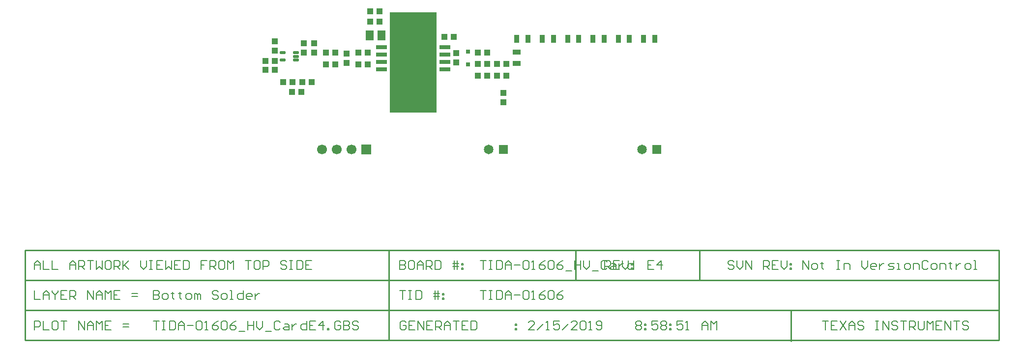
<source format=gbs>
G04*
G04 #@! TF.GenerationSoftware,Altium Limited,Altium Designer,18.1.9 (240)*
G04*
G04 Layer_Color=16711935*
%FSAX25Y25*%
%MOIN*%
G70*
G01*
G75*
%ADD10C,0.00800*%
%ADD21C,0.01000*%
%ADD38R,0.04331X0.04134*%
%ADD39R,0.04134X0.04331*%
%ADD50O,0.04100X0.51600*%
%ADD51C,0.06693*%
%ADD52R,0.06693X0.06693*%
%ADD53R,0.06496X0.06496*%
%ADD54C,0.06496*%
G04:AMPARAMS|DCode=71|XSize=35.43mil|YSize=55.12mil|CornerRadius=3.86mil|HoleSize=0mil|Usage=FLASHONLY|Rotation=90.000|XOffset=0mil|YOffset=0mil|HoleType=Round|Shape=RoundedRectangle|*
%AMROUNDEDRECTD71*
21,1,0.03543,0.04740,0,0,90.0*
21,1,0.02772,0.05512,0,0,90.0*
1,1,0.00772,0.02370,0.01386*
1,1,0.00772,0.02370,-0.01386*
1,1,0.00772,-0.02370,-0.01386*
1,1,0.00772,-0.02370,0.01386*
%
%ADD71ROUNDEDRECTD71*%
G04:AMPARAMS|DCode=72|XSize=35.43mil|YSize=55.12mil|CornerRadius=3.86mil|HoleSize=0mil|Usage=FLASHONLY|Rotation=0.000|XOffset=0mil|YOffset=0mil|HoleType=Round|Shape=RoundedRectangle|*
%AMROUNDEDRECTD72*
21,1,0.03543,0.04740,0,0,0.0*
21,1,0.02772,0.05512,0,0,0.0*
1,1,0.00772,0.01386,-0.02370*
1,1,0.00772,-0.01386,-0.02370*
1,1,0.00772,-0.01386,0.02370*
1,1,0.00772,0.01386,0.02370*
%
%ADD72ROUNDEDRECTD72*%
%ADD73R,0.02756X0.02756*%
G04:AMPARAMS|DCode=74|XSize=27.56mil|YSize=74.8mil|CornerRadius=3.98mil|HoleSize=0mil|Usage=FLASHONLY|Rotation=90.000|XOffset=0mil|YOffset=0mil|HoleType=Round|Shape=RoundedRectangle|*
%AMROUNDEDRECTD74*
21,1,0.02756,0.06685,0,0,90.0*
21,1,0.01961,0.07480,0,0,90.0*
1,1,0.00795,0.03343,0.00980*
1,1,0.00795,0.03343,-0.00980*
1,1,0.00795,-0.03343,-0.00980*
1,1,0.00795,-0.03343,0.00980*
%
%ADD74ROUNDEDRECTD74*%
%ADD75R,0.05394X0.06694*%
G04:AMPARAMS|DCode=76|XSize=19.68mil|YSize=37.4mil|CornerRadius=3.94mil|HoleSize=0mil|Usage=FLASHONLY|Rotation=90.000|XOffset=0mil|YOffset=0mil|HoleType=Round|Shape=RoundedRectangle|*
%AMROUNDEDRECTD76*
21,1,0.01968,0.02953,0,0,90.0*
21,1,0.01181,0.03740,0,0,90.0*
1,1,0.00787,0.01476,0.00591*
1,1,0.00787,0.01476,-0.00591*
1,1,0.00787,-0.01476,-0.00591*
1,1,0.00787,-0.01476,0.00591*
%
%ADD76ROUNDEDRECTD76*%
G36*
X0318948Y0194137D02*
X0287452D01*
X0287452Y0262137D01*
X0318948D01*
X0318948Y0194137D01*
D02*
G37*
G54D10*
X0126900Y0073549D02*
Y0067551D01*
X0129899D01*
X0130899Y0068550D01*
Y0069550D01*
X0129899Y0070550D01*
X0126900D01*
X0129899D01*
X0130899Y0071549D01*
Y0072549D01*
X0129899Y0073549D01*
X0126900D01*
X0133898Y0067551D02*
X0135897D01*
X0136897Y0068550D01*
Y0070550D01*
X0135897Y0071549D01*
X0133898D01*
X0132898Y0070550D01*
Y0068550D01*
X0133898Y0067551D01*
X0139896Y0072549D02*
Y0071549D01*
X0138896D01*
X0140895D01*
X0139896D01*
Y0068550D01*
X0140895Y0067551D01*
X0144894Y0072549D02*
Y0071549D01*
X0143895D01*
X0145894D01*
X0144894D01*
Y0068550D01*
X0145894Y0067551D01*
X0149893D02*
X0151892D01*
X0152892Y0068550D01*
Y0070550D01*
X0151892Y0071549D01*
X0149893D01*
X0148893Y0070550D01*
Y0068550D01*
X0149893Y0067551D01*
X0154891D02*
Y0071549D01*
X0155891D01*
X0156890Y0070550D01*
Y0067551D01*
Y0070550D01*
X0157890Y0071549D01*
X0158890Y0070550D01*
Y0067551D01*
X0170886Y0072549D02*
X0169886Y0073549D01*
X0167887D01*
X0166887Y0072549D01*
Y0071549D01*
X0167887Y0070550D01*
X0169886D01*
X0170886Y0069550D01*
Y0068550D01*
X0169886Y0067551D01*
X0167887D01*
X0166887Y0068550D01*
X0173885Y0067551D02*
X0175884D01*
X0176884Y0068550D01*
Y0070550D01*
X0175884Y0071549D01*
X0173885D01*
X0172885Y0070550D01*
Y0068550D01*
X0173885Y0067551D01*
X0178883D02*
X0180883D01*
X0179883D01*
Y0073549D01*
X0178883D01*
X0187880D02*
Y0067551D01*
X0184881D01*
X0183882Y0068550D01*
Y0070550D01*
X0184881Y0071549D01*
X0187880D01*
X0192879Y0067551D02*
X0190879D01*
X0189880Y0068550D01*
Y0070550D01*
X0190879Y0071549D01*
X0192879D01*
X0193878Y0070550D01*
Y0069550D01*
X0189880D01*
X0195878Y0071549D02*
Y0067551D01*
Y0069550D01*
X0196877Y0070550D01*
X0197877Y0071549D01*
X0198877D01*
X0348550Y0073498D02*
X0352549D01*
X0350549D01*
Y0067500D01*
X0354548Y0073498D02*
X0356547D01*
X0355548D01*
Y0067500D01*
X0354548D01*
X0356547D01*
X0359546Y0073498D02*
Y0067500D01*
X0362545D01*
X0363545Y0068500D01*
Y0072498D01*
X0362545Y0073498D01*
X0359546D01*
X0365545Y0067500D02*
Y0071499D01*
X0367544Y0073498D01*
X0369543Y0071499D01*
Y0067500D01*
Y0070499D01*
X0365545D01*
X0371543D02*
X0375541D01*
X0377541Y0072498D02*
X0378540Y0073498D01*
X0380540D01*
X0381539Y0072498D01*
Y0068500D01*
X0380540Y0067500D01*
X0378540D01*
X0377541Y0068500D01*
Y0072498D01*
X0383539Y0067500D02*
X0385538D01*
X0384538D01*
Y0073498D01*
X0383539Y0072498D01*
X0392536Y0073498D02*
X0390536Y0072498D01*
X0388537Y0070499D01*
Y0068500D01*
X0389537Y0067500D01*
X0391536D01*
X0392536Y0068500D01*
Y0069499D01*
X0391536Y0070499D01*
X0388537D01*
X0394535Y0072498D02*
X0395535Y0073498D01*
X0397534D01*
X0398534Y0072498D01*
Y0068500D01*
X0397534Y0067500D01*
X0395535D01*
X0394535Y0068500D01*
Y0072498D01*
X0404532Y0073498D02*
X0402532Y0072498D01*
X0400533Y0070499D01*
Y0068500D01*
X0401533Y0067500D01*
X0403532D01*
X0404532Y0068500D01*
Y0069499D01*
X0403532Y0070499D01*
X0400533D01*
X0294000Y0073498D02*
X0297999D01*
X0295999D01*
Y0067500D01*
X0299998Y0073498D02*
X0301997D01*
X0300998D01*
Y0067500D01*
X0299998D01*
X0301997D01*
X0304996Y0073498D02*
Y0067500D01*
X0307996D01*
X0308995Y0068500D01*
Y0072498D01*
X0307996Y0073498D01*
X0304996D01*
X0317992Y0067500D02*
Y0073498D01*
X0319992D02*
Y0067500D01*
X0316993Y0071499D02*
X0319992D01*
X0320991D01*
X0316993Y0069499D02*
X0320991D01*
X0322991Y0071499D02*
X0323990D01*
Y0070499D01*
X0322991D01*
Y0071499D01*
Y0068500D02*
X0323990D01*
Y0067500D01*
X0322991D01*
Y0068500D01*
X0580500Y0052965D02*
X0584499D01*
X0582499D01*
Y0046966D01*
X0590497Y0052965D02*
X0586498D01*
Y0046966D01*
X0590497D01*
X0586498Y0049966D02*
X0588497D01*
X0592496Y0052965D02*
X0596495Y0046966D01*
Y0052965D02*
X0592496Y0046966D01*
X0598494D02*
Y0050965D01*
X0600493Y0052965D01*
X0602493Y0050965D01*
Y0046966D01*
Y0049966D01*
X0598494D01*
X0608491Y0051965D02*
X0607491Y0052965D01*
X0605492D01*
X0604492Y0051965D01*
Y0050965D01*
X0605492Y0049966D01*
X0607491D01*
X0608491Y0048966D01*
Y0047966D01*
X0607491Y0046966D01*
X0605492D01*
X0604492Y0047966D01*
X0616488Y0052965D02*
X0618488D01*
X0617488D01*
Y0046966D01*
X0616488D01*
X0618488D01*
X0621487D02*
Y0052965D01*
X0625486Y0046966D01*
Y0052965D01*
X0631484Y0051965D02*
X0630484Y0052965D01*
X0628484D01*
X0627485Y0051965D01*
Y0050965D01*
X0628484Y0049966D01*
X0630484D01*
X0631484Y0048966D01*
Y0047966D01*
X0630484Y0046966D01*
X0628484D01*
X0627485Y0047966D01*
X0633483Y0052965D02*
X0637482D01*
X0635482D01*
Y0046966D01*
X0639481D02*
Y0052965D01*
X0642480D01*
X0643480Y0051965D01*
Y0049966D01*
X0642480Y0048966D01*
X0639481D01*
X0641480D02*
X0643480Y0046966D01*
X0645479Y0052965D02*
Y0047966D01*
X0646479Y0046966D01*
X0648478D01*
X0649478Y0047966D01*
Y0052965D01*
X0651477Y0046966D02*
Y0052965D01*
X0653476Y0050965D01*
X0655476Y0052965D01*
Y0046966D01*
X0661474Y0052965D02*
X0657475D01*
Y0046966D01*
X0661474D01*
X0657475Y0049966D02*
X0659474D01*
X0663473Y0046966D02*
Y0052965D01*
X0667472Y0046966D01*
Y0052965D01*
X0669471D02*
X0673470D01*
X0671471D01*
Y0046966D01*
X0679468Y0051965D02*
X0678468Y0052965D01*
X0676469D01*
X0675469Y0051965D01*
Y0050965D01*
X0676469Y0049966D01*
X0678468D01*
X0679468Y0048966D01*
Y0047966D01*
X0678468Y0046966D01*
X0676469D01*
X0675469Y0047966D01*
X0454050Y0051965D02*
X0455050Y0052965D01*
X0457049D01*
X0458049Y0051965D01*
Y0050965D01*
X0457049Y0049966D01*
X0458049Y0048966D01*
Y0047966D01*
X0457049Y0046966D01*
X0455050D01*
X0454050Y0047966D01*
Y0048966D01*
X0455050Y0049966D01*
X0454050Y0050965D01*
Y0051965D01*
X0455050Y0049966D02*
X0457049D01*
X0460048Y0050965D02*
X0461048D01*
Y0049966D01*
X0460048D01*
Y0050965D01*
Y0047966D02*
X0461048D01*
Y0046966D01*
X0460048D01*
Y0047966D01*
X0469045Y0052965D02*
X0465046D01*
Y0049966D01*
X0467046Y0050965D01*
X0468046D01*
X0469045Y0049966D01*
Y0047966D01*
X0468046Y0046966D01*
X0466046D01*
X0465046Y0047966D01*
X0471044Y0051965D02*
X0472044Y0052965D01*
X0474044D01*
X0475043Y0051965D01*
Y0050965D01*
X0474044Y0049966D01*
X0475043Y0048966D01*
Y0047966D01*
X0474044Y0046966D01*
X0472044D01*
X0471044Y0047966D01*
Y0048966D01*
X0472044Y0049966D01*
X0471044Y0050965D01*
Y0051965D01*
X0472044Y0049966D02*
X0474044D01*
X0477043Y0050965D02*
X0478042D01*
Y0049966D01*
X0477043D01*
Y0050965D01*
Y0047966D02*
X0478042D01*
Y0046966D01*
X0477043D01*
Y0047966D01*
X0486040Y0052965D02*
X0482041D01*
Y0049966D01*
X0484040Y0050965D01*
X0485040D01*
X0486040Y0049966D01*
Y0047966D01*
X0485040Y0046966D01*
X0483041D01*
X0482041Y0047966D01*
X0488039Y0046966D02*
X0490038D01*
X0489039D01*
Y0052965D01*
X0488039Y0051965D01*
X0499035Y0046966D02*
Y0050965D01*
X0501035Y0052965D01*
X0503034Y0050965D01*
Y0046966D01*
Y0049966D01*
X0499035D01*
X0505033Y0046966D02*
Y0052965D01*
X0507033Y0050965D01*
X0509032Y0052965D01*
Y0046966D01*
X0046350D02*
Y0052965D01*
X0049349D01*
X0050349Y0051965D01*
Y0049966D01*
X0049349Y0048966D01*
X0046350D01*
X0052348Y0052965D02*
Y0046966D01*
X0056347D01*
X0061345Y0052965D02*
X0059346D01*
X0058346Y0051965D01*
Y0047966D01*
X0059346Y0046966D01*
X0061345D01*
X0062345Y0047966D01*
Y0051965D01*
X0061345Y0052965D01*
X0064344D02*
X0068343D01*
X0066343D01*
Y0046966D01*
X0076340D02*
Y0052965D01*
X0080339Y0046966D01*
Y0052965D01*
X0082338Y0046966D02*
Y0050965D01*
X0084338Y0052965D01*
X0086337Y0050965D01*
Y0046966D01*
Y0049966D01*
X0082338D01*
X0088336Y0046966D02*
Y0052965D01*
X0090336Y0050965D01*
X0092335Y0052965D01*
Y0046966D01*
X0098333Y0052965D02*
X0094335D01*
Y0046966D01*
X0098333D01*
X0094335Y0049966D02*
X0096334D01*
X0106331Y0048966D02*
X0110329D01*
X0106331Y0050965D02*
X0110329D01*
X0046350Y0073549D02*
Y0067551D01*
X0050349D01*
X0052348D02*
Y0071549D01*
X0054347Y0073549D01*
X0056347Y0071549D01*
Y0067551D01*
Y0070550D01*
X0052348D01*
X0058346Y0073549D02*
Y0072549D01*
X0060346Y0070550D01*
X0062345Y0072549D01*
Y0073549D01*
X0060346Y0070550D02*
Y0067551D01*
X0068343Y0073549D02*
X0064344D01*
Y0067551D01*
X0068343D01*
X0064344Y0070550D02*
X0066343D01*
X0070342Y0067551D02*
Y0073549D01*
X0073341D01*
X0074341Y0072549D01*
Y0070550D01*
X0073341Y0069550D01*
X0070342D01*
X0072342D02*
X0074341Y0067551D01*
X0082338D02*
Y0073549D01*
X0086337Y0067551D01*
Y0073549D01*
X0088336Y0067551D02*
Y0071549D01*
X0090336Y0073549D01*
X0092335Y0071549D01*
Y0067551D01*
Y0070550D01*
X0088336D01*
X0094335Y0067551D02*
Y0073549D01*
X0096334Y0071549D01*
X0098333Y0073549D01*
Y0067551D01*
X0104331Y0073549D02*
X0100332D01*
Y0067551D01*
X0104331D01*
X0100332Y0070550D02*
X0102332D01*
X0112329Y0069550D02*
X0116327D01*
X0112329Y0071549D02*
X0116327D01*
X0294000Y0093831D02*
Y0087833D01*
X0296999D01*
X0297999Y0088833D01*
Y0089833D01*
X0296999Y0090832D01*
X0294000D01*
X0296999D01*
X0297999Y0091832D01*
Y0092832D01*
X0296999Y0093831D01*
X0294000D01*
X0302997D02*
X0300998D01*
X0299998Y0092832D01*
Y0088833D01*
X0300998Y0087833D01*
X0302997D01*
X0303997Y0088833D01*
Y0092832D01*
X0302997Y0093831D01*
X0305996Y0087833D02*
Y0091832D01*
X0307996Y0093831D01*
X0309995Y0091832D01*
Y0087833D01*
Y0090832D01*
X0305996D01*
X0311994Y0087833D02*
Y0093831D01*
X0314993D01*
X0315993Y0092832D01*
Y0090832D01*
X0314993Y0089833D01*
X0311994D01*
X0313994D02*
X0315993Y0087833D01*
X0317992Y0093831D02*
Y0087833D01*
X0320991D01*
X0321991Y0088833D01*
Y0092832D01*
X0320991Y0093831D01*
X0317992D01*
X0330988Y0087833D02*
Y0093831D01*
X0332987D02*
Y0087833D01*
X0329988Y0091832D02*
X0332987D01*
X0333987D01*
X0329988Y0089833D02*
X0333987D01*
X0335986Y0091832D02*
X0336986D01*
Y0090832D01*
X0335986D01*
Y0091832D01*
Y0088833D02*
X0336986D01*
Y0087833D01*
X0335986D01*
Y0088833D01*
X0348550Y0093831D02*
X0352549D01*
X0350549D01*
Y0087833D01*
X0354548Y0093831D02*
X0356547D01*
X0355548D01*
Y0087833D01*
X0354548D01*
X0356547D01*
X0359546Y0093831D02*
Y0087833D01*
X0362545D01*
X0363545Y0088833D01*
Y0092832D01*
X0362545Y0093831D01*
X0359546D01*
X0365545Y0087833D02*
Y0091832D01*
X0367544Y0093831D01*
X0369543Y0091832D01*
Y0087833D01*
Y0090832D01*
X0365545D01*
X0371543D02*
X0375541D01*
X0377541Y0092832D02*
X0378540Y0093831D01*
X0380540D01*
X0381539Y0092832D01*
Y0088833D01*
X0380540Y0087833D01*
X0378540D01*
X0377541Y0088833D01*
Y0092832D01*
X0383539Y0087833D02*
X0385538D01*
X0384538D01*
Y0093831D01*
X0383539Y0092832D01*
X0392536Y0093831D02*
X0390536Y0092832D01*
X0388537Y0090832D01*
Y0088833D01*
X0389537Y0087833D01*
X0391536D01*
X0392536Y0088833D01*
Y0089833D01*
X0391536Y0090832D01*
X0388537D01*
X0394535Y0092832D02*
X0395535Y0093831D01*
X0397534D01*
X0398534Y0092832D01*
Y0088833D01*
X0397534Y0087833D01*
X0395535D01*
X0394535Y0088833D01*
Y0092832D01*
X0404532Y0093831D02*
X0402532Y0092832D01*
X0400533Y0090832D01*
Y0088833D01*
X0401533Y0087833D01*
X0403532D01*
X0404532Y0088833D01*
Y0089833D01*
X0403532Y0090832D01*
X0400533D01*
X0406531Y0086834D02*
X0410530D01*
X0412529Y0093831D02*
Y0087833D01*
Y0090832D01*
X0416528D01*
Y0093831D01*
Y0087833D01*
X0418527Y0093831D02*
Y0089833D01*
X0420527Y0087833D01*
X0422526Y0089833D01*
Y0093831D01*
X0424525Y0086834D02*
X0428524D01*
X0434522Y0092832D02*
X0433523Y0093831D01*
X0431523D01*
X0430523Y0092832D01*
Y0088833D01*
X0431523Y0087833D01*
X0433523D01*
X0434522Y0088833D01*
X0437521Y0091832D02*
X0439521D01*
X0440520Y0090832D01*
Y0087833D01*
X0437521D01*
X0436521Y0088833D01*
X0437521Y0089833D01*
X0440520D01*
X0442520Y0091832D02*
Y0087833D01*
Y0089833D01*
X0443519Y0090832D01*
X0444519Y0091832D01*
X0445519D01*
X0452516Y0093831D02*
Y0087833D01*
X0449517D01*
X0448518Y0088833D01*
Y0090832D01*
X0449517Y0091832D01*
X0452516D01*
X0466149Y0093831D02*
X0462150D01*
Y0087833D01*
X0466149D01*
X0462150Y0090832D02*
X0464149D01*
X0471147Y0087833D02*
Y0093831D01*
X0468148Y0090832D01*
X0472147D01*
X0046350Y0087833D02*
Y0091832D01*
X0048349Y0093831D01*
X0050349Y0091832D01*
Y0087833D01*
Y0090832D01*
X0046350D01*
X0052348Y0093831D02*
Y0087833D01*
X0056347D01*
X0058346Y0093831D02*
Y0087833D01*
X0062345D01*
X0070342D02*
Y0091832D01*
X0072342Y0093831D01*
X0074341Y0091832D01*
Y0087833D01*
Y0090832D01*
X0070342D01*
X0076340Y0087833D02*
Y0093831D01*
X0079339D01*
X0080339Y0092832D01*
Y0090832D01*
X0079339Y0089833D01*
X0076340D01*
X0078340D02*
X0080339Y0087833D01*
X0082338Y0093831D02*
X0086337D01*
X0084338D01*
Y0087833D01*
X0088336Y0093831D02*
Y0087833D01*
X0090336Y0089833D01*
X0092335Y0087833D01*
Y0093831D01*
X0097334D02*
X0095334D01*
X0094335Y0092832D01*
Y0088833D01*
X0095334Y0087833D01*
X0097334D01*
X0098333Y0088833D01*
Y0092832D01*
X0097334Y0093831D01*
X0100332Y0087833D02*
Y0093831D01*
X0103332D01*
X0104331Y0092832D01*
Y0090832D01*
X0103332Y0089833D01*
X0100332D01*
X0102332D02*
X0104331Y0087833D01*
X0106331Y0093831D02*
Y0087833D01*
Y0089833D01*
X0110329Y0093831D01*
X0107330Y0090832D01*
X0110329Y0087833D01*
X0118327Y0093831D02*
Y0089833D01*
X0120326Y0087833D01*
X0122325Y0089833D01*
Y0093831D01*
X0124325D02*
X0126324D01*
X0125324D01*
Y0087833D01*
X0124325D01*
X0126324D01*
X0133322Y0093831D02*
X0129323D01*
Y0087833D01*
X0133322D01*
X0129323Y0090832D02*
X0131323D01*
X0135321Y0093831D02*
Y0087833D01*
X0137321Y0089833D01*
X0139320Y0087833D01*
Y0093831D01*
X0145318D02*
X0141319D01*
Y0087833D01*
X0145318D01*
X0141319Y0090832D02*
X0143319D01*
X0147317Y0093831D02*
Y0087833D01*
X0150316D01*
X0151316Y0088833D01*
Y0092832D01*
X0150316Y0093831D01*
X0147317D01*
X0163312D02*
X0159313D01*
Y0090832D01*
X0161313D01*
X0159313D01*
Y0087833D01*
X0165312D02*
Y0093831D01*
X0168310D01*
X0169310Y0092832D01*
Y0090832D01*
X0168310Y0089833D01*
X0165312D01*
X0167311D02*
X0169310Y0087833D01*
X0174309Y0093831D02*
X0172309D01*
X0171310Y0092832D01*
Y0088833D01*
X0172309Y0087833D01*
X0174309D01*
X0175308Y0088833D01*
Y0092832D01*
X0174309Y0093831D01*
X0177308Y0087833D02*
Y0093831D01*
X0179307Y0091832D01*
X0181306Y0093831D01*
Y0087833D01*
X0189304Y0093831D02*
X0193303D01*
X0191303D01*
Y0087833D01*
X0198301Y0093831D02*
X0196301D01*
X0195302Y0092832D01*
Y0088833D01*
X0196301Y0087833D01*
X0198301D01*
X0199301Y0088833D01*
Y0092832D01*
X0198301Y0093831D01*
X0201300Y0087833D02*
Y0093831D01*
X0204299D01*
X0205299Y0092832D01*
Y0090832D01*
X0204299Y0089833D01*
X0201300D01*
X0217295Y0092832D02*
X0216295Y0093831D01*
X0214296D01*
X0213296Y0092832D01*
Y0091832D01*
X0214296Y0090832D01*
X0216295D01*
X0217295Y0089833D01*
Y0088833D01*
X0216295Y0087833D01*
X0214296D01*
X0213296Y0088833D01*
X0219294Y0093831D02*
X0221293D01*
X0220294D01*
Y0087833D01*
X0219294D01*
X0221293D01*
X0224292Y0093831D02*
Y0087833D01*
X0227291D01*
X0228291Y0088833D01*
Y0092832D01*
X0227291Y0093831D01*
X0224292D01*
X0234289D02*
X0230291D01*
Y0087833D01*
X0234289D01*
X0230291Y0090832D02*
X0232290D01*
X0298199Y0051965D02*
X0297199Y0052965D01*
X0295200D01*
X0294200Y0051965D01*
Y0047966D01*
X0295200Y0046966D01*
X0297199D01*
X0298199Y0047966D01*
Y0049966D01*
X0296199D01*
X0304197Y0052965D02*
X0300198D01*
Y0046966D01*
X0304197D01*
X0300198Y0049966D02*
X0302197D01*
X0306196Y0046966D02*
Y0052965D01*
X0310195Y0046966D01*
Y0052965D01*
X0316193D02*
X0312194D01*
Y0046966D01*
X0316193D01*
X0312194Y0049966D02*
X0314194D01*
X0318192Y0046966D02*
Y0052965D01*
X0321191D01*
X0322191Y0051965D01*
Y0049966D01*
X0321191Y0048966D01*
X0318192D01*
X0320192D02*
X0322191Y0046966D01*
X0324190D02*
Y0050965D01*
X0326190Y0052965D01*
X0328189Y0050965D01*
Y0046966D01*
Y0049966D01*
X0324190D01*
X0330188Y0052965D02*
X0334187D01*
X0332188D01*
Y0046966D01*
X0340185Y0052965D02*
X0336186D01*
Y0046966D01*
X0340185D01*
X0336186Y0049966D02*
X0338186D01*
X0342184Y0052965D02*
Y0046966D01*
X0345183D01*
X0346183Y0047966D01*
Y0051965D01*
X0345183Y0052965D01*
X0342184D01*
X0372175Y0050965D02*
X0373175D01*
Y0049966D01*
X0372175D01*
Y0050965D01*
Y0047966D02*
X0373175D01*
Y0046966D01*
X0372175D01*
Y0047966D01*
X0385149Y0046966D02*
X0381150D01*
X0385149Y0050965D01*
Y0051965D01*
X0384149Y0052965D01*
X0382150D01*
X0381150Y0051965D01*
X0387148Y0046966D02*
X0391147Y0050965D01*
X0393146Y0046966D02*
X0395146D01*
X0394146D01*
Y0052965D01*
X0393146Y0051965D01*
X0402143Y0052965D02*
X0398145D01*
Y0049966D01*
X0400144Y0050965D01*
X0401144D01*
X0402143Y0049966D01*
Y0047966D01*
X0401144Y0046966D01*
X0399144D01*
X0398145Y0047966D01*
X0404143Y0046966D02*
X0408141Y0050965D01*
X0414139Y0046966D02*
X0410141D01*
X0414139Y0050965D01*
Y0051965D01*
X0413140Y0052965D01*
X0411140D01*
X0410141Y0051965D01*
X0416139D02*
X0417138Y0052965D01*
X0419138D01*
X0420137Y0051965D01*
Y0047966D01*
X0419138Y0046966D01*
X0417138D01*
X0416139Y0047966D01*
Y0051965D01*
X0422137Y0046966D02*
X0424136D01*
X0423136D01*
Y0052965D01*
X0422137Y0051965D01*
X0427135Y0047966D02*
X0428135Y0046966D01*
X0430134D01*
X0431134Y0047966D01*
Y0051965D01*
X0430134Y0052965D01*
X0428135D01*
X0427135Y0051965D01*
Y0050965D01*
X0428135Y0049966D01*
X0431134D01*
X0126900Y0052965D02*
X0130899D01*
X0128899D01*
Y0046966D01*
X0132898Y0052965D02*
X0134897D01*
X0133898D01*
Y0046966D01*
X0132898D01*
X0134897D01*
X0137896Y0052965D02*
Y0046966D01*
X0140895D01*
X0141895Y0047966D01*
Y0051965D01*
X0140895Y0052965D01*
X0137896D01*
X0143895Y0046966D02*
Y0050965D01*
X0145894Y0052965D01*
X0147893Y0050965D01*
Y0046966D01*
Y0049966D01*
X0143895D01*
X0149893D02*
X0153891D01*
X0155891Y0051965D02*
X0156890Y0052965D01*
X0158890D01*
X0159889Y0051965D01*
Y0047966D01*
X0158890Y0046966D01*
X0156890D01*
X0155891Y0047966D01*
Y0051965D01*
X0161889Y0046966D02*
X0163888D01*
X0162888D01*
Y0052965D01*
X0161889Y0051965D01*
X0170886Y0052965D02*
X0168886Y0051965D01*
X0166887Y0049966D01*
Y0047966D01*
X0167887Y0046966D01*
X0169886D01*
X0170886Y0047966D01*
Y0048966D01*
X0169886Y0049966D01*
X0166887D01*
X0172885Y0051965D02*
X0173885Y0052965D01*
X0175884D01*
X0176884Y0051965D01*
Y0047966D01*
X0175884Y0046966D01*
X0173885D01*
X0172885Y0047966D01*
Y0051965D01*
X0182882Y0052965D02*
X0180883Y0051965D01*
X0178883Y0049966D01*
Y0047966D01*
X0179883Y0046966D01*
X0181882D01*
X0182882Y0047966D01*
Y0048966D01*
X0181882Y0049966D01*
X0178883D01*
X0184881Y0045967D02*
X0188880D01*
X0190879Y0052965D02*
Y0046966D01*
Y0049966D01*
X0194878D01*
Y0052965D01*
Y0046966D01*
X0196877Y0052965D02*
Y0048966D01*
X0198877Y0046966D01*
X0200876Y0048966D01*
Y0052965D01*
X0202875Y0045967D02*
X0206874D01*
X0212872Y0051965D02*
X0211873Y0052965D01*
X0209873D01*
X0208874Y0051965D01*
Y0047966D01*
X0209873Y0046966D01*
X0211873D01*
X0212872Y0047966D01*
X0215871Y0050965D02*
X0217871D01*
X0218870Y0049966D01*
Y0046966D01*
X0215871D01*
X0214872Y0047966D01*
X0215871Y0048966D01*
X0218870D01*
X0220870Y0050965D02*
Y0046966D01*
Y0048966D01*
X0221869Y0049966D01*
X0222869Y0050965D01*
X0223869D01*
X0230866Y0052965D02*
Y0046966D01*
X0227867D01*
X0226868Y0047966D01*
Y0049966D01*
X0227867Y0050965D01*
X0230866D01*
X0236864Y0052965D02*
X0232866D01*
Y0046966D01*
X0236864D01*
X0232866Y0049966D02*
X0234865D01*
X0241863Y0046966D02*
Y0052965D01*
X0238864Y0049966D01*
X0242863D01*
X0244862Y0046966D02*
Y0047966D01*
X0245862D01*
Y0046966D01*
X0244862D01*
X0253859Y0051965D02*
X0252859Y0052965D01*
X0250860D01*
X0249860Y0051965D01*
Y0047966D01*
X0250860Y0046966D01*
X0252859D01*
X0253859Y0047966D01*
Y0049966D01*
X0251860D01*
X0255858Y0052965D02*
Y0046966D01*
X0258857D01*
X0259857Y0047966D01*
Y0048966D01*
X0258857Y0049966D01*
X0255858D01*
X0258857D01*
X0259857Y0050965D01*
Y0051965D01*
X0258857Y0052965D01*
X0255858D01*
X0265855Y0051965D02*
X0264855Y0052965D01*
X0262856D01*
X0261856Y0051965D01*
Y0050965D01*
X0262856Y0049966D01*
X0264855D01*
X0265855Y0048966D01*
Y0047966D01*
X0264855Y0046966D01*
X0262856D01*
X0261856Y0047966D01*
X0433000Y0087833D02*
Y0093831D01*
X0435999D01*
X0436999Y0092832D01*
Y0090832D01*
X0435999Y0089833D01*
X0433000D01*
X0434999D02*
X0436999Y0087833D01*
X0442997Y0093831D02*
X0438998D01*
Y0087833D01*
X0442997D01*
X0438998Y0090832D02*
X0440997D01*
X0444996Y0093831D02*
Y0089833D01*
X0446995Y0087833D01*
X0448995Y0089833D01*
Y0093831D01*
X0450994Y0091832D02*
X0451994D01*
Y0090832D01*
X0450994D01*
Y0091832D01*
Y0088833D02*
X0451994D01*
Y0087833D01*
X0450994D01*
Y0088833D01*
X0520799Y0092832D02*
X0519799Y0093831D01*
X0517800D01*
X0516800Y0092832D01*
Y0091832D01*
X0517800Y0090832D01*
X0519799D01*
X0520799Y0089833D01*
Y0088833D01*
X0519799Y0087833D01*
X0517800D01*
X0516800Y0088833D01*
X0522798Y0093831D02*
Y0089833D01*
X0524797Y0087833D01*
X0526797Y0089833D01*
Y0093831D01*
X0528796Y0087833D02*
Y0093831D01*
X0532795Y0087833D01*
Y0093831D01*
X0540792Y0087833D02*
Y0093831D01*
X0543791D01*
X0544791Y0092832D01*
Y0090832D01*
X0543791Y0089833D01*
X0540792D01*
X0542792D02*
X0544791Y0087833D01*
X0550789Y0093831D02*
X0546790D01*
Y0087833D01*
X0550789D01*
X0546790Y0090832D02*
X0548790D01*
X0552788Y0093831D02*
Y0089833D01*
X0554788Y0087833D01*
X0556787Y0089833D01*
Y0093831D01*
X0558786Y0091832D02*
X0559786D01*
Y0090832D01*
X0558786D01*
Y0091832D01*
Y0088833D02*
X0559786D01*
Y0087833D01*
X0558786D01*
Y0088833D01*
X0567400Y0087833D02*
Y0093831D01*
X0571399Y0087833D01*
Y0093831D01*
X0574398Y0087833D02*
X0576397D01*
X0577397Y0088833D01*
Y0090832D01*
X0576397Y0091832D01*
X0574398D01*
X0573398Y0090832D01*
Y0088833D01*
X0574398Y0087833D01*
X0580396Y0092832D02*
Y0091832D01*
X0579396D01*
X0581395D01*
X0580396D01*
Y0088833D01*
X0581395Y0087833D01*
X0590393Y0093831D02*
X0592392D01*
X0591392D01*
Y0087833D01*
X0590393D01*
X0592392D01*
X0595391D02*
Y0091832D01*
X0598390D01*
X0599390Y0090832D01*
Y0087833D01*
X0607387Y0093831D02*
Y0089833D01*
X0609386Y0087833D01*
X0611386Y0089833D01*
Y0093831D01*
X0616384Y0087833D02*
X0614385D01*
X0613385Y0088833D01*
Y0090832D01*
X0614385Y0091832D01*
X0616384D01*
X0617384Y0090832D01*
Y0089833D01*
X0613385D01*
X0619383Y0091832D02*
Y0087833D01*
Y0089833D01*
X0620383Y0090832D01*
X0621383Y0091832D01*
X0622382D01*
X0625381Y0087833D02*
X0628380D01*
X0629380Y0088833D01*
X0628380Y0089833D01*
X0626381D01*
X0625381Y0090832D01*
X0626381Y0091832D01*
X0629380D01*
X0631379Y0087833D02*
X0633379D01*
X0632379D01*
Y0091832D01*
X0631379D01*
X0637377Y0087833D02*
X0639377D01*
X0640376Y0088833D01*
Y0090832D01*
X0639377Y0091832D01*
X0637377D01*
X0636378Y0090832D01*
Y0088833D01*
X0637377Y0087833D01*
X0642376D02*
Y0091832D01*
X0645375D01*
X0646374Y0090832D01*
Y0087833D01*
X0652373Y0092832D02*
X0651373Y0093831D01*
X0649373D01*
X0648374Y0092832D01*
Y0088833D01*
X0649373Y0087833D01*
X0651373D01*
X0652373Y0088833D01*
X0655372Y0087833D02*
X0657371D01*
X0658371Y0088833D01*
Y0090832D01*
X0657371Y0091832D01*
X0655372D01*
X0654372Y0090832D01*
Y0088833D01*
X0655372Y0087833D01*
X0660370D02*
Y0091832D01*
X0663369D01*
X0664369Y0090832D01*
Y0087833D01*
X0667368Y0092832D02*
Y0091832D01*
X0666368D01*
X0668367D01*
X0667368D01*
Y0088833D01*
X0668367Y0087833D01*
X0671366Y0091832D02*
Y0087833D01*
Y0089833D01*
X0672366Y0090832D01*
X0673366Y0091832D01*
X0674365D01*
X0678364Y0087833D02*
X0680364D01*
X0681363Y0088833D01*
Y0090832D01*
X0680364Y0091832D01*
X0678364D01*
X0677364Y0090832D01*
Y0088833D01*
X0678364Y0087833D01*
X0683362D02*
X0685362D01*
X0684362D01*
Y0093831D01*
X0683362D01*
G54D21*
X0559400Y0039400D02*
Y0059683D01*
X0440500Y0040050D02*
X0700200D01*
Y0101050D01*
X0286500Y0040050D02*
Y0101050D01*
X0040000Y0040050D02*
Y0101050D01*
X0040050Y0040050D02*
X0197600D01*
X0040050D02*
Y0101050D01*
Y0101050D02*
X0700200D01*
X0040000Y0040050D02*
X0440500D01*
X0040000Y0060383D02*
X0700000D01*
X0040000Y0080717D02*
X0700200D01*
X0413200D02*
Y0101050D01*
X0497200Y0080717D02*
Y0101050D01*
G54D38*
X0203050Y0229400D02*
D03*
X0209350D02*
D03*
X0273920Y0262955D02*
D03*
X0280220D02*
D03*
X0221050Y0208400D02*
D03*
X0227350D02*
D03*
X0324376Y0245555D02*
D03*
X0330675D02*
D03*
X0280220Y0255955D02*
D03*
X0273920D02*
D03*
X0209350Y0223400D02*
D03*
X0203050D02*
D03*
X0360052Y0219397D02*
D03*
X0366351D02*
D03*
X0228070Y0214955D02*
D03*
X0234369D02*
D03*
X0215070D02*
D03*
X0221369D02*
D03*
X0347072Y0234952D02*
D03*
X0353371D02*
D03*
X0265920Y0226955D02*
D03*
X0272220D02*
D03*
X0243920D02*
D03*
X0250220D02*
D03*
X0265920Y0234955D02*
D03*
X0272220D02*
D03*
X0243920D02*
D03*
X0250220D02*
D03*
X0360052Y0227397D02*
D03*
X0366351D02*
D03*
X0347052D02*
D03*
X0353351D02*
D03*
X0353351Y0219397D02*
D03*
X0347052D02*
D03*
G54D39*
X0209200Y0242550D02*
D03*
Y0236250D02*
D03*
X0332200Y0228250D02*
D03*
Y0234550D02*
D03*
X0258070Y0234105D02*
D03*
Y0227805D02*
D03*
X0236070Y0241105D02*
D03*
Y0234805D02*
D03*
X0229070Y0234805D02*
D03*
Y0241105D02*
D03*
X0364200Y0207550D02*
D03*
Y0201250D02*
D03*
G54D50*
X0303200Y0235400D02*
D03*
G54D51*
X0241200Y0169400D02*
D03*
X0251200D02*
D03*
X0261200D02*
D03*
G54D52*
X0271200D02*
D03*
G54D53*
X0364200D02*
D03*
X0468200D02*
D03*
G54D54*
X0354200D02*
D03*
X0458200D02*
D03*
G54D71*
X0373200Y0235140D02*
D03*
Y0227660D02*
D03*
G54D72*
X0380940Y0244400D02*
D03*
X0373460D02*
D03*
X0398140D02*
D03*
X0390660D02*
D03*
X0415340D02*
D03*
X0407860D02*
D03*
X0432540D02*
D03*
X0425060D02*
D03*
X0449740D02*
D03*
X0442260D02*
D03*
X0466940D02*
D03*
X0459460D02*
D03*
G54D73*
X0340200Y0227069D02*
D03*
Y0235731D02*
D03*
G54D74*
X0281613Y0223455D02*
D03*
Y0228455D02*
D03*
Y0233455D02*
D03*
Y0238455D02*
D03*
X0324527Y0223455D02*
D03*
Y0228455D02*
D03*
Y0233455D02*
D03*
Y0238455D02*
D03*
G54D75*
X0273670Y0246700D02*
D03*
X0281670D02*
D03*
G54D76*
X0223629Y0234959D02*
D03*
Y0232400D02*
D03*
Y0229841D02*
D03*
X0214771D02*
D03*
Y0234959D02*
D03*
M02*

</source>
